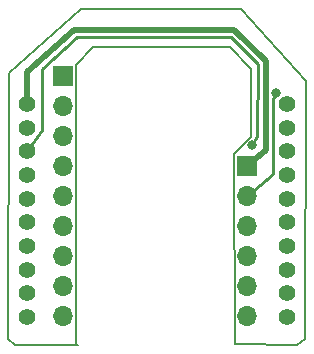
<source format=gbl>
G04 #@! TF.GenerationSoftware,KiCad,Pcbnew,7.99.0-unknown-c07e9c834f~172~ubuntu22.04.1*
G04 #@! TF.CreationDate,2023-09-07T22:16:35+09:00*
G04 #@! TF.ProjectId,bGeigieCast V1.6.0(StampS3),62476569-6769-4654-9361-73742056312e,rev?*
G04 #@! TF.SameCoordinates,Original*
G04 #@! TF.FileFunction,Copper,L2,Bot*
G04 #@! TF.FilePolarity,Positive*
%FSLAX46Y46*%
G04 Gerber Fmt 4.6, Leading zero omitted, Abs format (unit mm)*
G04 Created by KiCad (PCBNEW 7.99.0-unknown-c07e9c834f~172~ubuntu22.04.1) date 2023-09-07 22:16:35*
%MOMM*%
%LPD*%
G01*
G04 APERTURE LIST*
G04 #@! TA.AperFunction,ComponentPad*
%ADD10O,1.700000X1.700000*%
G04 #@! TD*
G04 #@! TA.AperFunction,ComponentPad*
%ADD11R,1.700000X1.700000*%
G04 #@! TD*
G04 #@! TA.AperFunction,ComponentPad*
%ADD12C,1.400000*%
G04 #@! TD*
G04 #@! TA.AperFunction,ViaPad*
%ADD13C,0.800000*%
G04 #@! TD*
G04 #@! TA.AperFunction,Conductor*
%ADD14C,0.250000*%
G04 #@! TD*
G04 #@! TA.AperFunction,Conductor*
%ADD15C,0.500000*%
G04 #@! TD*
G04 #@! TA.AperFunction,Profile*
%ADD16C,0.150000*%
G04 #@! TD*
G04 APERTURE END LIST*
D10*
X156050000Y-117292000D03*
X156050000Y-114752000D03*
X156050000Y-112212000D03*
X156050000Y-109672000D03*
X156050000Y-107132000D03*
D11*
X156050000Y-104592000D03*
X140495000Y-96972000D03*
D10*
X140495000Y-99512000D03*
X140495000Y-102052000D03*
X140495000Y-104592000D03*
X140495000Y-107132000D03*
X140495000Y-109672000D03*
X140495000Y-112212000D03*
X140495000Y-114752000D03*
X140495000Y-117292000D03*
D12*
X137400000Y-99350000D03*
X137400000Y-101350000D03*
X137400000Y-103350000D03*
X137400000Y-105350000D03*
X137400000Y-107350000D03*
X137400000Y-109350000D03*
X137400000Y-111350000D03*
X137400000Y-113350000D03*
X137400000Y-115350000D03*
X137400000Y-117350000D03*
X159400000Y-117350000D03*
X159400000Y-115350000D03*
X159400000Y-113350000D03*
X159400000Y-111350000D03*
X159400000Y-109350000D03*
X159400000Y-107350000D03*
X159400000Y-105350000D03*
X159400000Y-103350000D03*
X159400000Y-101350000D03*
X159400000Y-99350000D03*
D13*
X158495000Y-98423007D03*
X156497000Y-102814000D03*
D14*
X137400000Y-103350000D02*
X138717000Y-101544000D01*
X138717000Y-101544000D02*
X138717000Y-96337000D01*
X138717000Y-96337000D02*
X141638000Y-93670000D01*
X141638000Y-93670000D02*
X154719000Y-93670000D01*
X154719000Y-93670000D02*
X157005000Y-95956000D01*
X157005000Y-95956000D02*
X156878000Y-102052000D01*
X156878000Y-102052000D02*
X156497000Y-102814000D01*
X158495000Y-98423007D02*
X158275000Y-98897007D01*
X158275000Y-98897007D02*
X158275000Y-105227000D01*
X158275000Y-105227000D02*
X156050000Y-107132000D01*
D15*
X157640000Y-103195000D02*
X156050000Y-104592000D01*
X154967000Y-93035000D02*
X157640000Y-95702000D01*
X137400000Y-96591000D02*
X141384000Y-93035000D01*
X141384000Y-93035000D02*
X154967000Y-93035000D01*
X157640000Y-95702000D02*
X157640000Y-103195000D01*
X137400000Y-99350000D02*
X137400000Y-96591000D01*
D16*
X135836040Y-119197000D02*
X136431000Y-119705000D01*
X135923000Y-96718000D02*
X135836040Y-119197000D01*
X141765000Y-119705000D02*
X136431000Y-119705000D01*
X160306500Y-119705000D02*
X154998400Y-119679600D01*
X160942000Y-119197000D02*
X161005500Y-97353000D01*
X142019000Y-91257000D02*
X135923000Y-96718000D01*
X160942000Y-119197000D02*
X160306500Y-119705000D01*
X141587200Y-96057600D02*
X141587200Y-119679600D01*
X156360127Y-102138500D02*
X154973000Y-103576000D01*
X155544500Y-91257000D02*
X161005500Y-97353000D01*
X154642800Y-94482800D02*
X156370000Y-96337000D01*
X154973000Y-103576000D02*
X154998400Y-119679600D01*
X155544500Y-91257000D02*
X142019000Y-91257000D01*
X142984200Y-94533600D02*
X141587200Y-96057600D01*
X154642800Y-94482800D02*
X142984200Y-94533600D01*
X156370000Y-96337000D02*
X156360127Y-102138500D01*
M02*

</source>
